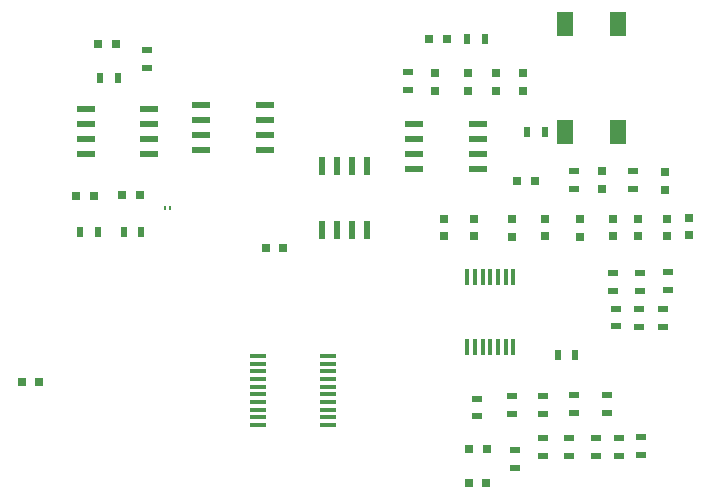
<source format=gtp>
G04 #@! TF.FileFunction,Paste,Top*
%FSLAX46Y46*%
G04 Gerber Fmt 4.6, Leading zero omitted, Abs format (unit mm)*
G04 Created by KiCad (PCBNEW 4.0.7) date 11/28/17 14:48:26*
%MOMM*%
%LPD*%
G01*
G04 APERTURE LIST*
%ADD10C,0.100000*%
%ADD11R,0.750000X0.800000*%
%ADD12R,0.800000X0.750000*%
%ADD13R,0.280000X0.300000*%
%ADD14R,0.450000X1.450000*%
%ADD15R,0.500000X0.900000*%
%ADD16R,0.900000X0.500000*%
%ADD17R,1.400000X2.100000*%
%ADD18R,1.450000X0.450000*%
%ADD19R,1.550000X0.600000*%
%ADD20R,0.600000X1.550000*%
G04 APERTURE END LIST*
D10*
D11*
X164274500Y-112510000D03*
X164274500Y-111010000D03*
X157226000Y-98627500D03*
X157226000Y-100127500D03*
D12*
X154875800Y-133311900D03*
X156375800Y-133311900D03*
X118529800Y-124752100D03*
X117029800Y-124752100D03*
D11*
X159448500Y-98627500D03*
X159448500Y-100127500D03*
X166166800Y-108458700D03*
X166166800Y-106958700D03*
X169227500Y-112446500D03*
X169227500Y-110946500D03*
D12*
X123506800Y-96202500D03*
X125006800Y-96202500D03*
D11*
X167068500Y-112446500D03*
X167068500Y-110946500D03*
D12*
X154926600Y-130492500D03*
X156426600Y-130492500D03*
X160465200Y-107759500D03*
X158965200Y-107759500D03*
D11*
X154781250Y-98659250D03*
X154781250Y-100159250D03*
X161353500Y-112446500D03*
X161353500Y-110946500D03*
X152781000Y-112446500D03*
X152781000Y-110946500D03*
D12*
X153023000Y-95758000D03*
X151523000Y-95758000D03*
D11*
X152019000Y-100127500D03*
X152019000Y-98627500D03*
D12*
X123152600Y-109029500D03*
X121652600Y-109029500D03*
D11*
X158559500Y-112510000D03*
X158559500Y-111010000D03*
X173545500Y-112383000D03*
X173545500Y-110883000D03*
X171475400Y-108509500D03*
X171475400Y-107009500D03*
X155321000Y-112446500D03*
X155321000Y-110946500D03*
X171640500Y-112446500D03*
X171640500Y-110946500D03*
D12*
X125564200Y-108927900D03*
X127064200Y-108927900D03*
D13*
X129159000Y-110096300D03*
X129549000Y-110096300D03*
D14*
X158668000Y-115934700D03*
X158018000Y-115934700D03*
X157368000Y-115934700D03*
X156718000Y-115934700D03*
X156068000Y-115934700D03*
X155418000Y-115934700D03*
X154768000Y-115934700D03*
X154768000Y-121834700D03*
X155418000Y-121834700D03*
X156068000Y-121834700D03*
X156718000Y-121834700D03*
X157368000Y-121834700D03*
X158018000Y-121834700D03*
X158668000Y-121834700D03*
D15*
X159854200Y-103619300D03*
X161354200Y-103619300D03*
D16*
X158521400Y-127508700D03*
X158521400Y-126008700D03*
D15*
X121957400Y-112077500D03*
X123457400Y-112077500D03*
X125665800Y-112077500D03*
X127165800Y-112077500D03*
D16*
X169494200Y-129463100D03*
X169494200Y-130963100D03*
X165684200Y-131013900D03*
X165684200Y-129513900D03*
D15*
X125159200Y-99021900D03*
X123659200Y-99021900D03*
D16*
X127635000Y-98197100D03*
X127635000Y-96697100D03*
X161163000Y-125957900D03*
X161163000Y-127457900D03*
X163804600Y-125907100D03*
X163804600Y-127407100D03*
X166547800Y-127407100D03*
X166547800Y-125907100D03*
X169291000Y-120142700D03*
X169291000Y-118642700D03*
X169392600Y-117094700D03*
X169392600Y-115594700D03*
X163753800Y-108458700D03*
X163753800Y-106958700D03*
X167335200Y-120066500D03*
X167335200Y-118566500D03*
X167081200Y-117094700D03*
X167081200Y-115594700D03*
X149733000Y-100076700D03*
X149733000Y-98576700D03*
D15*
X154761500Y-95758000D03*
X156261500Y-95758000D03*
X163919600Y-122466100D03*
X162419600Y-122466100D03*
D16*
X167563800Y-129513900D03*
X167563800Y-131013900D03*
X163398200Y-131064700D03*
X163398200Y-129564700D03*
X168757600Y-108458700D03*
X168757600Y-106958700D03*
X171323000Y-120142700D03*
X171323000Y-118642700D03*
X171729400Y-116993100D03*
X171729400Y-115493100D03*
X161163000Y-131013900D03*
X161163000Y-129513900D03*
X158775400Y-130580700D03*
X158775400Y-132080700D03*
X155575000Y-126186500D03*
X155575000Y-127686500D03*
D17*
X167513000Y-94488000D03*
X167513000Y-103588000D03*
X163013000Y-94488000D03*
X163013000Y-103588000D03*
D18*
X142929400Y-128439100D03*
X142929400Y-127789100D03*
X142929400Y-127139100D03*
X142929400Y-126489100D03*
X142929400Y-125839100D03*
X142929400Y-125189100D03*
X142929400Y-124539100D03*
X142929400Y-123889100D03*
X142929400Y-123239100D03*
X142929400Y-122589100D03*
X137029400Y-122589100D03*
X137029400Y-123239100D03*
X137029400Y-123889100D03*
X137029400Y-124539100D03*
X137029400Y-125189100D03*
X137029400Y-125839100D03*
X137029400Y-126489100D03*
X137029400Y-127139100D03*
X137029400Y-127789100D03*
X137029400Y-128439100D03*
D19*
X127845800Y-105473500D03*
X127845800Y-104203500D03*
X127845800Y-102933500D03*
X127845800Y-101663500D03*
X122445800Y-101663500D03*
X122445800Y-102933500D03*
X122445800Y-104203500D03*
X122445800Y-105473500D03*
X155658800Y-106794300D03*
X155658800Y-105524300D03*
X155658800Y-104254300D03*
X155658800Y-102984300D03*
X150258800Y-102984300D03*
X150258800Y-104254300D03*
X150258800Y-105524300D03*
X150258800Y-106794300D03*
X137624800Y-105168700D03*
X137624800Y-103898700D03*
X137624800Y-102628700D03*
X137624800Y-101358700D03*
X132224800Y-101358700D03*
X132224800Y-102628700D03*
X132224800Y-103898700D03*
X132224800Y-105168700D03*
D20*
X146304000Y-106481900D03*
X145034000Y-106481900D03*
X143764000Y-106481900D03*
X142494000Y-106481900D03*
X142494000Y-111881900D03*
X143764000Y-111881900D03*
X145034000Y-111881900D03*
X146304000Y-111881900D03*
D12*
X139180000Y-113474500D03*
X137680000Y-113474500D03*
M02*

</source>
